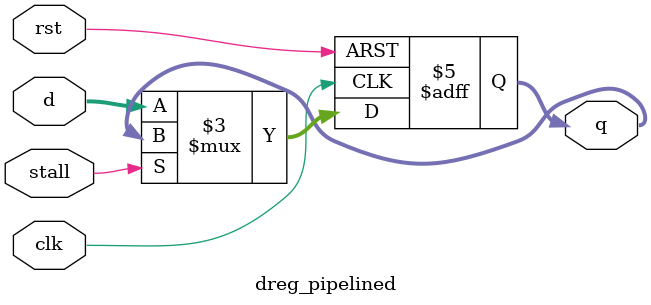
<source format=v>
module dreg_pipelined # (parameter WIDTH = 32) (
        input  wire             clk,
        input  wire             rst,
        input  wire [WIDTH-1:0] d,
        input  wire stall,
        output reg  [WIDTH-1:0] q
    );

    always @ (posedge clk, posedge rst) begin
        if (rst) q <= 0;
        else if (stall) q <= q;
        else     q <= d;
    end
endmodule
</source>
